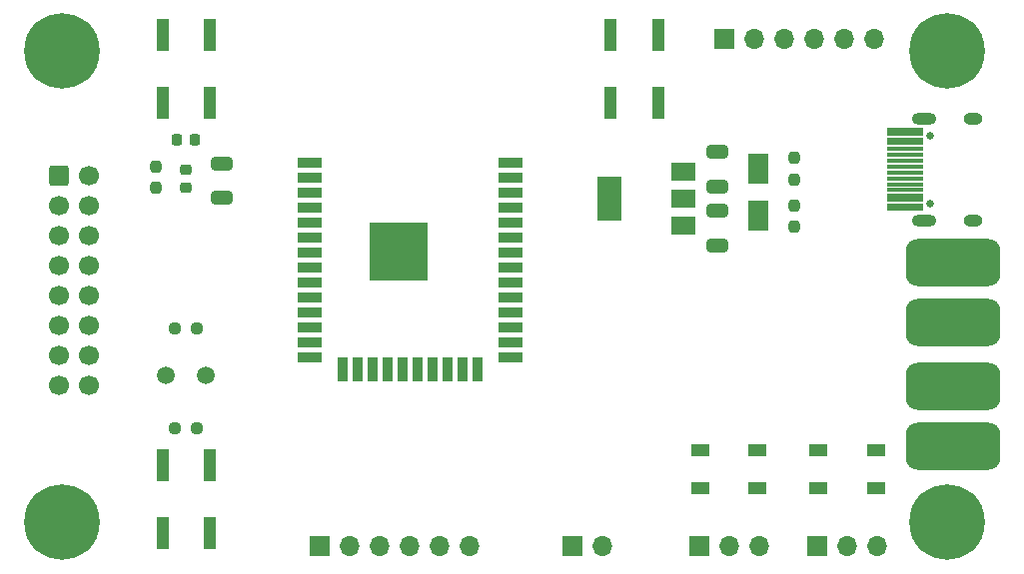
<source format=gts>
G04 #@! TF.GenerationSoftware,KiCad,Pcbnew,6.0.9-8da3e8f707~117~ubuntu22.04.1*
G04 #@! TF.CreationDate,2022-12-19T09:45:41+00:00*
G04 #@! TF.ProjectId,esp32display,65737033-3264-4697-9370-6c61792e6b69,rev?*
G04 #@! TF.SameCoordinates,Original*
G04 #@! TF.FileFunction,Soldermask,Top*
G04 #@! TF.FilePolarity,Negative*
%FSLAX46Y46*%
G04 Gerber Fmt 4.6, Leading zero omitted, Abs format (unit mm)*
G04 Created by KiCad (PCBNEW 6.0.9-8da3e8f707~117~ubuntu22.04.1) date 2022-12-19 09:45:41*
%MOMM*%
%LPD*%
G01*
G04 APERTURE LIST*
G04 Aperture macros list*
%AMRoundRect*
0 Rectangle with rounded corners*
0 $1 Rounding radius*
0 $2 $3 $4 $5 $6 $7 $8 $9 X,Y pos of 4 corners*
0 Add a 4 corners polygon primitive as box body*
4,1,4,$2,$3,$4,$5,$6,$7,$8,$9,$2,$3,0*
0 Add four circle primitives for the rounded corners*
1,1,$1+$1,$2,$3*
1,1,$1+$1,$4,$5*
1,1,$1+$1,$6,$7*
1,1,$1+$1,$8,$9*
0 Add four rect primitives between the rounded corners*
20,1,$1+$1,$2,$3,$4,$5,0*
20,1,$1+$1,$4,$5,$6,$7,0*
20,1,$1+$1,$6,$7,$8,$9,0*
20,1,$1+$1,$8,$9,$2,$3,0*%
G04 Aperture macros list end*
%ADD10R,1.000000X2.800000*%
%ADD11R,1.700000X1.700000*%
%ADD12O,1.700000X1.700000*%
%ADD13RoundRect,0.237500X-0.250000X-0.237500X0.250000X-0.237500X0.250000X0.237500X-0.250000X0.237500X0*%
%ADD14C,0.650000*%
%ADD15R,3.150000X0.300000*%
%ADD16O,2.100000X1.000000*%
%ADD17O,1.600000X1.000000*%
%ADD18RoundRect,0.237500X0.237500X-0.250000X0.237500X0.250000X-0.237500X0.250000X-0.237500X-0.250000X0*%
%ADD19RoundRect,1.000000X-3.000000X1.000000X-3.000000X-1.000000X3.000000X-1.000000X3.000000X1.000000X0*%
%ADD20RoundRect,0.250000X0.650000X-0.325000X0.650000X0.325000X-0.650000X0.325000X-0.650000X-0.325000X0*%
%ADD21R,2.000000X0.900000*%
%ADD22R,0.900000X2.000000*%
%ADD23R,5.000000X5.000000*%
%ADD24RoundRect,0.225000X-0.225000X-0.250000X0.225000X-0.250000X0.225000X0.250000X-0.225000X0.250000X0*%
%ADD25C,0.800000*%
%ADD26C,6.400000*%
%ADD27RoundRect,0.237500X0.250000X0.237500X-0.250000X0.237500X-0.250000X-0.237500X0.250000X-0.237500X0*%
%ADD28R,1.800000X2.500000*%
%ADD29RoundRect,0.250000X-0.600000X-0.600000X0.600000X-0.600000X0.600000X0.600000X-0.600000X0.600000X0*%
%ADD30C,1.700000*%
%ADD31RoundRect,0.250000X-0.650000X0.325000X-0.650000X-0.325000X0.650000X-0.325000X0.650000X0.325000X0*%
%ADD32RoundRect,0.237500X-0.237500X0.250000X-0.237500X-0.250000X0.237500X-0.250000X0.237500X0.250000X0*%
%ADD33R,1.500000X1.000000*%
%ADD34R,2.000000X1.500000*%
%ADD35R,2.000000X3.800000*%
%ADD36C,1.500000*%
%ADD37RoundRect,0.225000X0.250000X-0.225000X0.250000X0.225000X-0.250000X0.225000X-0.250000X-0.225000X0*%
G04 APERTURE END LIST*
D10*
G04 #@! TO.C,SW3*
X177000000Y-77600000D03*
X177000000Y-83400000D03*
X173000000Y-77600000D03*
X173000000Y-83400000D03*
G04 #@! TD*
D11*
G04 #@! TO.C,J8*
X190500000Y-121000000D03*
D12*
X193040000Y-121000000D03*
X195580000Y-121000000D03*
G04 #@! TD*
D13*
G04 #@! TO.C,R5*
X136087500Y-111000000D03*
X137912500Y-111000000D03*
G04 #@! TD*
D10*
G04 #@! TO.C,SW1*
X135000000Y-119900000D03*
X135000000Y-114100000D03*
X139000000Y-114100000D03*
X139000000Y-119900000D03*
G04 #@! TD*
D14*
G04 #@! TO.C,J3*
X200045000Y-91940000D03*
X200045000Y-86160000D03*
D15*
X197980000Y-92400000D03*
X197980000Y-91600000D03*
X197980000Y-90300000D03*
X197980000Y-89300000D03*
X197980000Y-88800000D03*
X197980000Y-87800000D03*
X197980000Y-86500000D03*
X197980000Y-85700000D03*
X197980000Y-86000000D03*
X197980000Y-86800000D03*
X197980000Y-87300000D03*
X197980000Y-88300000D03*
X197980000Y-89800000D03*
X197980000Y-90800000D03*
X197980000Y-91300000D03*
X197980000Y-92100000D03*
D16*
X199545000Y-93370000D03*
D17*
X203725000Y-84730000D03*
D16*
X199545000Y-84730000D03*
D17*
X203725000Y-93370000D03*
G04 #@! TD*
D18*
G04 #@! TO.C,R2*
X188500000Y-93912500D03*
X188500000Y-92087500D03*
G04 #@! TD*
D11*
G04 #@! TO.C,J6*
X169725000Y-121000000D03*
D12*
X172265000Y-121000000D03*
G04 #@! TD*
D19*
G04 #@! TO.C,J2*
X202000000Y-107460000D03*
X202000000Y-112540000D03*
G04 #@! TD*
D20*
G04 #@! TO.C,C3*
X140000000Y-91475000D03*
X140000000Y-88525000D03*
G04 #@! TD*
D21*
G04 #@! TO.C,U2*
X147500000Y-88495000D03*
X147500000Y-89765000D03*
X147500000Y-91035000D03*
X147500000Y-92305000D03*
X147500000Y-93575000D03*
X147500000Y-94845000D03*
X147500000Y-96115000D03*
X147500000Y-97385000D03*
X147500000Y-98655000D03*
X147500000Y-99925000D03*
X147500000Y-101195000D03*
X147500000Y-102465000D03*
X147500000Y-103735000D03*
X147500000Y-105005000D03*
D22*
X150285000Y-106005000D03*
X151555000Y-106005000D03*
X152825000Y-106005000D03*
X154095000Y-106005000D03*
X155365000Y-106005000D03*
X156635000Y-106005000D03*
X157905000Y-106005000D03*
X159175000Y-106005000D03*
X160445000Y-106005000D03*
X161715000Y-106005000D03*
D21*
X164500000Y-105005000D03*
X164500000Y-103735000D03*
X164500000Y-102465000D03*
X164500000Y-101195000D03*
X164500000Y-99925000D03*
X164500000Y-98655000D03*
X164500000Y-97385000D03*
X164500000Y-96115000D03*
X164500000Y-94845000D03*
X164500000Y-93575000D03*
X164500000Y-92305000D03*
X164500000Y-91035000D03*
X164500000Y-89765000D03*
X164500000Y-88495000D03*
D23*
X155000000Y-95995000D03*
G04 #@! TD*
D24*
G04 #@! TO.C,C5*
X136225000Y-86500000D03*
X137775000Y-86500000D03*
G04 #@! TD*
D11*
G04 #@! TO.C,J4*
X148340000Y-121000000D03*
D12*
X150880000Y-121000000D03*
X153420000Y-121000000D03*
X155960000Y-121000000D03*
X158500000Y-121000000D03*
X161040000Y-121000000D03*
G04 #@! TD*
D11*
G04 #@! TO.C,J9*
X182650000Y-78000000D03*
D12*
X185190000Y-78000000D03*
X187730000Y-78000000D03*
X190270000Y-78000000D03*
X192810000Y-78000000D03*
X195350000Y-78000000D03*
G04 #@! TD*
D25*
G04 #@! TO.C,REF\u002A\u002A*
X203197056Y-117302944D03*
X199802944Y-117302944D03*
X199802944Y-120697056D03*
X201500000Y-121400000D03*
X203197056Y-120697056D03*
X201500000Y-116600000D03*
X203900000Y-119000000D03*
X199100000Y-119000000D03*
D26*
X201500000Y-119000000D03*
G04 #@! TD*
D27*
G04 #@! TO.C,R3*
X137912500Y-102500000D03*
X136087500Y-102500000D03*
G04 #@! TD*
D28*
G04 #@! TO.C,D1*
X185500000Y-89000000D03*
X185500000Y-93000000D03*
G04 #@! TD*
D29*
G04 #@! TO.C,J5*
X126247500Y-89610000D03*
D30*
X128787500Y-89610000D03*
X126247500Y-92150000D03*
X128787500Y-92150000D03*
X126247500Y-94690000D03*
X128787500Y-94690000D03*
X126247500Y-97230000D03*
X128787500Y-97230000D03*
X126247500Y-99770000D03*
X128787500Y-99770000D03*
X126247500Y-102310000D03*
X128787500Y-102310000D03*
X126247500Y-104850000D03*
X128787500Y-104850000D03*
X126247500Y-107390000D03*
X128787500Y-107390000D03*
G04 #@! TD*
D31*
G04 #@! TO.C,C1*
X182000000Y-87525000D03*
X182000000Y-90475000D03*
G04 #@! TD*
D32*
G04 #@! TO.C,R6*
X134412000Y-88804500D03*
X134412000Y-90629500D03*
G04 #@! TD*
D33*
G04 #@! TO.C,D2*
X180550000Y-112900000D03*
X180550000Y-116100000D03*
X185450000Y-116100000D03*
X185450000Y-112900000D03*
G04 #@! TD*
G04 #@! TO.C,D3*
X190550000Y-112900000D03*
X190550000Y-116100000D03*
X195450000Y-116100000D03*
X195450000Y-112900000D03*
G04 #@! TD*
D34*
G04 #@! TO.C,U1*
X179150000Y-93800000D03*
X179150000Y-91500000D03*
D35*
X172850000Y-91500000D03*
D34*
X179150000Y-89200000D03*
G04 #@! TD*
D25*
G04 #@! TO.C,REF\u002A\u002A*
X203900000Y-79000000D03*
X201500000Y-76600000D03*
X199802944Y-80697056D03*
X201500000Y-81400000D03*
X203197056Y-77302944D03*
X203197056Y-80697056D03*
D26*
X201500000Y-79000000D03*
D25*
X199100000Y-79000000D03*
X199802944Y-77302944D03*
G04 #@! TD*
D11*
G04 #@! TO.C,J7*
X180475000Y-121000000D03*
D12*
X183015000Y-121000000D03*
X185555000Y-121000000D03*
G04 #@! TD*
D19*
G04 #@! TO.C,J1*
X202000000Y-96920000D03*
X202000000Y-102000000D03*
G04 #@! TD*
D36*
G04 #@! TO.C,R4*
X135300000Y-106500000D03*
X138700000Y-106500000D03*
G04 #@! TD*
D32*
G04 #@! TO.C,R1*
X188500000Y-88087500D03*
X188500000Y-89912500D03*
G04 #@! TD*
D25*
G04 #@! TO.C,REF\u002A\u002A*
X126500000Y-81400000D03*
X124802944Y-77302944D03*
X128197056Y-80697056D03*
X124100000Y-79000000D03*
D26*
X126500000Y-79000000D03*
D25*
X126500000Y-76600000D03*
X128197056Y-77302944D03*
X128900000Y-79000000D03*
X124802944Y-80697056D03*
G04 #@! TD*
D10*
G04 #@! TO.C,SW2*
X139000000Y-77600000D03*
X139000000Y-83400000D03*
X135000000Y-83400000D03*
X135000000Y-77600000D03*
G04 #@! TD*
D37*
G04 #@! TO.C,C4*
X136952000Y-90583000D03*
X136952000Y-89033000D03*
G04 #@! TD*
D20*
G04 #@! TO.C,C2*
X182000000Y-95475000D03*
X182000000Y-92525000D03*
G04 #@! TD*
D25*
G04 #@! TO.C,REF\u002A\u002A*
X128197056Y-117302944D03*
X124100000Y-119000000D03*
X126500000Y-121400000D03*
X126500000Y-116600000D03*
D26*
X126500000Y-119000000D03*
D25*
X124802944Y-120697056D03*
X128900000Y-119000000D03*
X128197056Y-120697056D03*
X124802944Y-117302944D03*
G04 #@! TD*
M02*

</source>
